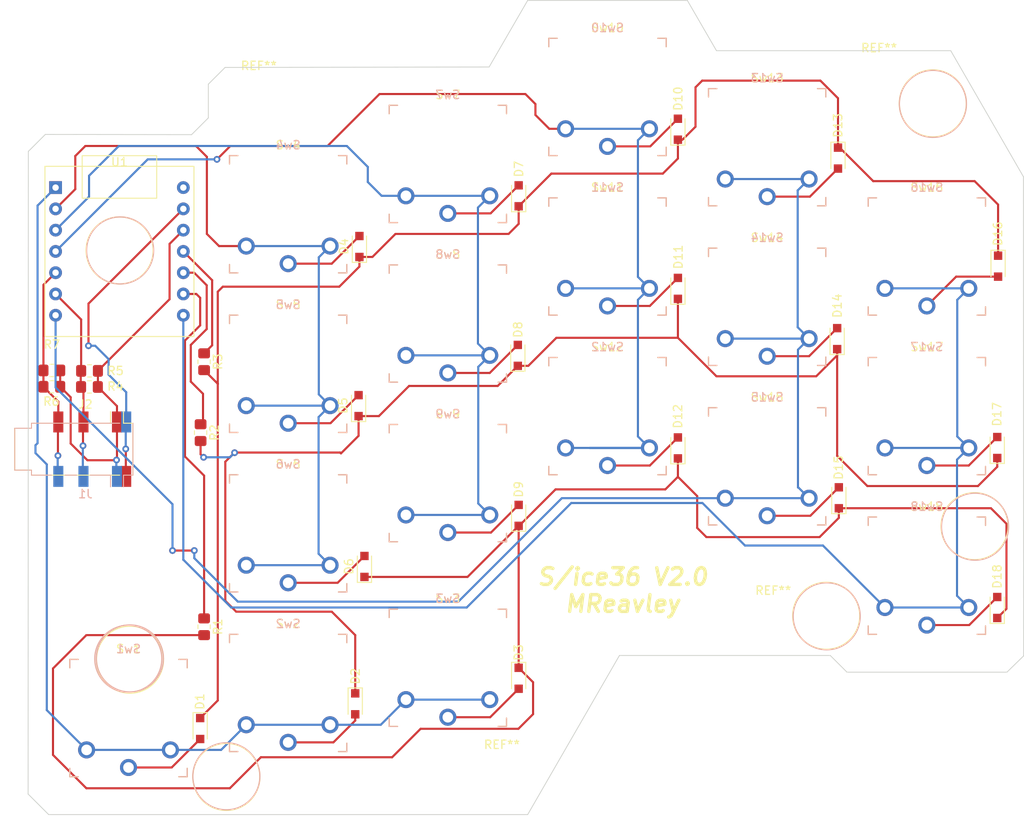
<source format=kicad_pcb>
(kicad_pcb (version 20211014) (generator pcbnew)
  (layers (0 "F.Cu" signal) (31 "B.Cu" signal) (34 "B.Paste" user) (35 "F.Paste" user) (36 "B.SilkS" user "B.Silkscreen") (37 "F.SilkS" user "F.Silkscreen") (38 "B.Mask" user) (39 "F.Mask" user) (44 "Edge.Cuts" user))
  (net 0 "")
  (net 1 "Net-(D1-Pad1)")
  (net 2 "Net-(D1-Pad2)")
  (net 3 "Net-(D11-Pad1)")
  (net 4 "Net-(D2-Pad2)")
  (net 5 "Net-(D12-Pad1)")
  (net 6 "Net-(D3-Pad2)")
  (net 7 "Net-(D4-Pad2)")
  (net 8 "Net-(D5-Pad2)")
  (net 9 "Net-(D6-Pad2)")
  (net 10 "Net-(D7-Pad2)")
  (net 11 "Net-(D8-Pad2)")
  (net 12 "Net-(D9-Pad2)")
  (net 13 "Net-(D10-Pad2)")
  (net 14 "Net-(D11-Pad2)")
  (net 15 "Net-(D12-Pad2)")
  (net 16 "Net-(D13-Pad2)")
  (net 17 "Net-(D14-Pad2)")
  (net 18 "Net-(D16-Pad2)")
  (net 19 "Net-(D17-Pad2)")
  (net 20 "Net-(D18-Pad2)")
  (net 21 "Net-(J1-PadR1)")
  (net 22 "Net-(J1-PadR2)")
  (net 23 "Net-(J1-PadS)")
  (net 24 "Net-(J1-PadT)")
  (net 25 "Net-(R1-Pad1)")
  (net 26 "Net-(R2-Pad1)")
  (net 27 "Net-(R3-Pad1)")
  (net 29 "Net-(Sw1-Pad2)")
  (net 30 "Net-(Sw4-Pad2)")
  (net 31 "Net-(Sw7-Pad2)")
  (net 32 "Net-(Sw10-Pad2)")
  (net 33 "Net-(Sw15-Pad1)")
  (net 34 "Net-(Sw15-Pad2)")
  (net 35 "Net-(Sw17-Pad2)")
  (footprint "Slice36 PCB:SW_PG1350_reversible" (layer "F.Cu") (at 32.85 155.1)
    (fp_text reference "Sw1")
    (fp_text value "choc_v1_dbl")
  )
  (footprint "Slice36 PCB:SW_PG1350_reversible" (layer "F.Cu") (at 90 80.95)
    (fp_text reference "Sw10")
    (fp_text value "choc_v1_dbl")
  )
  (footprint "Diode_SMD:D_SOD-323_HandSoldering" (layer "F.Cu") (at 98.4 84.8 90)
    (fp_text reference "D10")
    (fp_text value "1N4148WS")
  )
  (footprint "MountingHole:MountingHole_3.2mm_M3" (layer "F.Cu") (at 77.4 162.475)
    (fp_text reference "REF**")
    (fp_text value "MountingHole_3.2mm_M3")
  )
  (footprint "MountingHole:MountingHole_3.2mm_M3" (layer "F.Cu") (at 27 133)
    (fp_text reference "REF**" hide)
    (fp_text value "MountingHole_3.2mm_M3")
  )
  (footprint "Diode_SMD:D_SOD-323_HandSoldering" (layer "F.Cu") (at 136.5 122.8 90)
    (fp_text reference "D17")
    (fp_text value "1N4148WS")
  )
  (footprint "Slice36 PCB:SW_PG1350_reversible" (layer "F.Cu") (at 51.9 152.1)
    (fp_text reference "Sw2")
    (fp_text value "choc_v1_dbl")
  )
  (footprint "Diode_SMD:D_SOD-323_HandSoldering" (layer "F.Cu") (at 41.4 156.35 -90)
    (fp_text reference "D1")
    (fp_text value "1N4148WS")
  )
  (footprint "Diode_SMD:D_SOD-323_HandSoldering" (layer "F.Cu") (at 60.3 117.8 90)
    (fp_text reference "D5")
    (fp_text value "1N4148WS")
  )
  (footprint "Resistor_SMD:R_0805_2012Metric_Pad1.20x1.40mm_HandSolder" (layer "F.Cu") (at 41.87 144.2 -90)
    (fp_text reference "R1")
    (fp_text value "10k")
  )
  (footprint "Diode_SMD:D_SOD-323_HandSoldering" (layer "F.Cu") (at 59.9 153.4 -90)
    (fp_text reference "D2")
    (fp_text value "1N4148WS")
  )
  (footprint "Slice36 PCB:SW_PG1350_reversible" (layer "F.Cu") (at 70.95 108)
    (fp_text reference "Sw8")
    (fp_text value "choc_v1_dbl")
  )
  (footprint "Diode_SMD:D_SOD-323_HandSoldering" (layer "F.Cu") (at 98.4 122.85 90)
    (fp_text reference "D12")
    (fp_text value "1N4148WS")
  )
  (footprint "Slice36 PCB:SW_PG1350_reversible" (layer "F.Cu") (at 70.95 88.95)
    (fp_text reference "Sw7")
    (fp_text value "choc_v1_dbl")
  )
  (footprint "MountingHole:MountingHole_3.2mm_M3" (layer "F.Cu") (at 48.4 81.425)
    (fp_text reference "REF**")
    (fp_text value "MountingHole_3.2mm_M3")
  )
  (footprint "Diode_SMD:D_SOD-323_HandSoldering" (layer "F.Cu") (at 117.4 109.8 90)
    (fp_text reference "D14")
    (fp_text value "1N4148WS")
  )
  (footprint "Diode_SMD:D_SOD-323_HandSoldering" (layer "F.Cu") (at 79.3 111.8 90)
    (fp_text reference "D8")
    (fp_text value "1N4148WS")
  )
  (footprint "Diode_SMD:D_SOD-323_HandSoldering" (layer "F.Cu") (at 117.5 88.25 -90)
    (fp_text reference "D13")
    (fp_text value "1N4148WS")
  )
  (footprint "Slice36 PCB:SW_PG1350_reversible" (layer "F.Cu") (at 109.05 125.05)
    (fp_text reference "Sw15")
    (fp_text value "choc_v1_dbl")
  )
  (footprint "MountingHole:MountingHole_3.2mm_M3" (layer "F.Cu") (at 122.4 79.3)
    (fp_text reference "REF**")
    (fp_text value "MountingHole_3.2mm_M3")
  )
  (footprint "Connector_Audio:Jack_3.5mm_PJ320D_Horizontal" (layer "F.Cu") (at 27.65 123)
    (fp_text reference "J2")
    (fp_text value "AudioJack4")
  )
  (footprint "MountingHole:MountingHole_3.2mm_M3" (layer "F.Cu") (at 109.775 144.075)
    (fp_text reference "REF**")
    (fp_text value "MountingHole_3.2mm_M3")
  )
  (footprint "Slice36 PCB:SW_PG1350_reversible" (layer "F.Cu") (at 51.9 114)
    (fp_text reference "Sw5")
    (fp_text value "choc_v1_dbl")
  )
  (footprint "Slice36 PCB:SW_PG1350_reversible" (layer "F.Cu") (at 128.1 100)
    (fp_text reference "Sw16")
    (fp_text value "choc_v1_dbl")
  )
  (footprint "Resistor_SMD:R_0805_2012Metric_Pad1.20x1.40mm_HandSolder" (layer "F.Cu") (at 28.2 113.65 180)
    (fp_text reference "R5")
    (fp_text value "10k")
  )
  (footprint "Slice36 PCB:SW_PG1350_reversible" (layer "F.Cu") (at 90 119.05)
    (fp_text reference "Sw12")
    (fp_text value "choc_v1_dbl")
  )
  (footprint "Diode_SMD:D_SOD-323_HandSoldering" (layer "F.Cu") (at 61 137 90)
    (fp_text reference "D6")
    (fp_text value "1N4148WS")
  )
  (footprint "Diode_SMD:D_SOD-323_HandSoldering" (layer "F.Cu") (at 98.4 103.8 90)
    (fp_text reference "D11")
    (fp_text value "1N4148WS")
  )
  (footprint "Resistor_SMD:R_0805_2012Metric_Pad1.20x1.40mm_HandSolder" (layer "F.Cu") (at 41.87 112.56 -90)
    (fp_text reference "R3")
    (fp_text value "10k")
  )
  (footprint "Resistor_SMD:R_0805_2012Metric_Pad1.20x1.40mm_HandSolder" (layer "F.Cu") (at 28.19 115.57 180)
    (fp_text reference "R4")
    (fp_text value "10k")
  )
  (footprint "Diode_SMD:D_SOD-323_HandSoldering" (layer "F.Cu") (at 79.4 92.75 90)
    (fp_text reference "D7")
    (fp_text value "1N4148WS")
  )
  (footprint "Slice36 PCB:SW_PG1350_reversible" (layer "F.Cu") (at 90 100)
    (fp_text reference "Sw11")
    (fp_text value "choc_v1_dbl")
  )
  (footprint "MountingHole:MountingHole_3.2mm_M3" (layer "F.Cu") (at 35 113)
    (fp_text reference "REF**" hide)
    (fp_text value "MountingHole_3.2mm_M3")
  )
  (footprint "Diode_SMD:D_SOD-323_HandSoldering" (layer "F.Cu") (at 79.4 150.35 -90)
    (fp_text reference "D3")
    (fp_text value "1N4148WS")
  )
  (footprint "Slice36 PCB:SW_PG1350_reversible" (layer "F.Cu") (at 128.1 119.05)
    (fp_text reference "Sw17")
    (fp_text value "choc_v1_dbl")
  )
  (footprint "Seeeduino XIAO KICAD:Xiao THT V1" (layer "F.Cu") (at 31.77 99.23)
    (fp_text reference "U1")
    (fp_text value "SeeeduinoXIAO")
  )
  (footprint "Diode_SMD:D_SOD-323_HandSoldering" (layer "F.Cu") (at 136.6 101.15 -90)
    (fp_text reference "D16")
    (fp_text value "1N4148WS")
  )
  (footprint "Diode_SMD:D_SOD-323_HandSoldering" (layer "F.Cu") (at 60.4 98.8 90)
    (fp_text reference "D4")
    (fp_text value "1N4148WS")
  )
  (footprint "Slice36 PCB:SW_PG1350_reversible" (layer "F.Cu") (at 70.95 149.1)
    (fp_text reference "Sw3")
    (fp_text value "choc_v1_dbl")
  )
  (footprint "Slice36 PCB:SW_PG1350_reversible" (layer "F.Cu") (at 109.05 86.95)
    (fp_text reference "Sw13")
    (fp_text value "choc_v1_dbl")
  )
  (footprint "Diode_SMD:D_SOD-323_HandSoldering" (layer "F.Cu") (at 136.5 141.9 90)
    (fp_text reference "D18")
    (fp_text value "1N4148WS")
  )
  (footprint "Resistor_SMD:R_0805_2012Metric_Pad1.20x1.40mm_HandSolder" (layer "F.Cu") (at 23.7 113.6 180)
    (fp_text reference "R7")
    (fp_text value "10k")
  )
  (footprint "Slice36 PCB:SW_PG1350_reversible" (layer "F.Cu") (at 70.95 127.05)
    (fp_text reference "Sw9")
    (fp_text value "choc_v1_dbl")
  )
  (footprint "Resistor_SMD:R_0805_2012Metric_Pad1.20x1.40mm_HandSolder" (layer "F.Cu") (at 23.7 115.55 180)
    (fp_text reference "R6")
    (fp_text value "10k")
  )
  (footprint "Diode_SMD:D_SOD-323_HandSoldering" (layer "F.Cu") (at 79.4 130.9 90)
    (fp_text reference "D9")
    (fp_text value "1N4148WS")
  )
  (footprint "Slice36 PCB:SW_PG1350_reversible" (layer "F.Cu") (at 51.9 94.95)
    (fp_text reference "Sw4")
    (fp_text value "choc_v1_dbl")
  )
  (footprint "Diode_SMD:D_SOD-323_HandSoldering" (layer "F.Cu") (at 117.6 128.8 90)
    (fp_text reference "D15")
    (fp_text value "1N4148WS")
  )
  (footprint "Slice36 PCB:SW_PG1350_reversible" (layer "F.Cu") (at 51.9 133.05)
    (fp_text reference "Sw6")
    (fp_text value "choc_v1_dbl")
  )
  (footprint "Slice36 PCB:SW_PG1350_reversible" (layer "F.Cu") (at 128.1 138.1)
    (fp_text reference "Sw18")
    (fp_text value "choc_v1_dbl")
  )
  (footprint "Slice36 PCB:SW_PG1350_reversible" (layer "F.Cu") (at 109.05 106)
    (fp_text reference "Sw14")
    (fp_text value "choc_v1_dbl")
  )
  (footprint "Resistor_SMD:R_0805_2012Metric_Pad1.20x1.40mm_HandSolder" (layer "F.Cu") (at 41.45 121.025 -90)
    (fp_text reference "R2")
    (fp_text value "10k")
  )
  (footprint "Connector_Audio:Jack_3.5mm_PJ320D_Horizontal" (layer "B.Cu") (at 27.65 123)
    (fp_text reference "J1")
    (fp_text value "AudioJack4")
  )
  (gr_circle (center 133.85 132.25) (end 137.85 132.25) (layer "B.SilkS") (width 0.15) (fill none))
  (gr_circle (center 116.15 142.95) (end 120.15 142.95) (layer "B.SilkS") (width 0.15) (fill none))
  (gr_circle (center 33.016289 147.980259) (end 37.016289 147.980259) (layer "B.SilkS") (width 0.15) (fill none))
  (gr_circle (center 32.825 148.025) (end 36.825 148.025) (layer "B.SilkS") (width 0.15) (fill none))
  (gr_circle (center 44.525 162.05) (end 48.525 162.05) (layer "B.SilkS") (width 0.15) (fill none))
  (gr_circle (center 31.85 99.275) (end 35.85 99.275) (layer "B.SilkS") (width 0.15) (fill none))
  (gr_circle (center 128.825 81.775) (end 132.825 81.775) (layer "B.SilkS") (width 0.15) (fill none))
  (gr_circle (center 44.525 162.125) (end 48.525 162.125) (layer "F.SilkS") (width 0.15) (fill none))
  (gr_circle (center 133.795789 132.195789) (end 137.795789 132.195789) (layer "F.SilkS") (width 0.15) (fill none))
  (gr_circle (center 33.025 148.125) (end 37.025 148.125) (layer "F.SilkS") (width 0.15) (fill none))
  (gr_circle (center 128.815283 81.716968) (end 132.815283 81.716968) (layer "F.SilkS") (width 0.15) (fill none))
  (gr_circle (center 31.791515 99.270274) (end 35.791515 99.270274) (layer "F.SilkS") (width 0.15) (fill none))
  (gr_circle (center 116.096772 142.892997) (end 120.096772 142.892997) (layer "F.SilkS") (width 0.15) (fill none))
  (gr_line (start 20.875 164.175) (end 20.9 87.425) (layer "Edge.Cuts") (width 0.1))
  (gr_line (start 23.325 166.625) (end 80.475 166.625) (layer "Edge.Cuts") (width 0.1))
  (gr_line (start 139.625 90.475) (end 130.95 75.425) (layer "Edge.Cuts") (width 0.1))
  (gr_line (start 20.875 164.175) (end 23.325 166.625) (layer "Edge.Cuts") (width 0.1))
  (gr_line (start 118.575 149.625) (end 116.575 147.625) (layer "Edge.Cuts") (width 0.1))
  (gr_line (start 139.65 147.675) (end 139.625 90.475) (layer "Edge.Cuts") (width 0.1))
  (gr_line (start 80.475 69.425) (end 75.875 77.375) (layer "Edge.Cuts") (width 0.1))
  (gr_line (start 44.375 77.425) (end 75.875 77.375) (layer "Edge.Cuts") (width 0.1))
  (gr_line (start 116.575 147.625) (end 91.425 147.625) (layer "Edge.Cuts") (width 0.1))
  (gr_line (start 99.525 69.425) (end 103 75.425) (layer "Edge.Cuts") (width 0.1))
  (gr_line (start 42.375 79.425) (end 44.375 77.425) (layer "Edge.Cuts") (width 0.1))
  (gr_line (start 118.575 149.625) (end 137.65 149.625) (layer "Edge.Cuts") (width 0.1))
  (gr_line (start 20.925 87.425) (end 22.925 85.425) (layer "Edge.Cuts") (width 0.1))
  (gr_line (start 80.475 166.625) (end 91.425 147.625) (layer "Edge.Cuts") (width 0.1))
  (gr_line (start 137.65 149.625) (end 139.65 147.675) (layer "Edge.Cuts") (width 0.1))
  (gr_line (start 42.375 83.45) (end 42.375 79.425) (layer "Edge.Cuts") (width 0.1))
  (gr_line (start 80.475 69.425) (end 99.525 69.425) (layer "Edge.Cuts") (width 0.1))
  (gr_line (start 22.925 85.425) (end 40.375 85.45) (layer "Edge.Cuts") (width 0.1))
  (gr_line (start 103 75.425) (end 130.95 75.425) (layer "Edge.Cuts") (width 0.1))
  (gr_line (start 42.375 83.45) (end 40.375 85.45) (layer "Edge.Cuts") (width 0.1))
  (gr_text "S/ice36 V2.0\nMReavley" (at 91.825 139.85) (layer "F.SilkS") (effects (font (size 2 2) (thickness 0.4) italic)))
  (segment (start 43.5 115.19) (end 43.5 115.2) (width 0.25) (layer "F.Cu") (net 1))
  (segment (start 83.3 90.1) (end 96.6 90.1) (width 0.25) (layer "F.Cu") (net 1))
  (segment (start 43.5 115.2) (end 43.5 104.2) (width 0.25) (layer "F.Cu") (net 1))
  (segment (start 100.5 79.8) (end 101.3 79) (width 0.25) (layer "F.Cu") (net 1))
  (segment (start 117.5 81.1) (end 117.5 87) (width 0.25) (layer "F.Cu") (net 1))
  (segment (start 41.87 113.56) (end 43.5 115.19) (width 0.25) (layer "F.Cu") (net 1))
  (segment (start 136.6 93.8) (end 133.8 91) (width 0.25) (layer "F.Cu") (net 1))
  (segment (start 60.4 101.2) (end 60.4 100.05) (width 0.25) (layer "F.Cu") (net 1))
  (segment (start 121.7 91) (end 117.7 87) (width 0.25) (layer "F.Cu") (net 1))
  (segment (start 133.8 91) (end 121.7 91) (width 0.25) (layer "F.Cu") (net 1))
  (segment (start 98.95 86.05) (end 100.5 84.5) (width 0.25) (layer "F.Cu") (net 1))
  (segment (start 101.3 79) (end 115.4 79) (width 0.25) (layer "F.Cu") (net 1))
  (segment (start 43.5 153) (end 43.5 115.2) (width 0.25) (layer "F.Cu") (net 1))
  (segment (start 100.5 84.5) (end 100.5 79.8) (width 0.25) (layer "F.Cu") (net 1))
  (segment (start 58 103.6) (end 60.4 101.2) (width 0.25) (layer "F.Cu") (net 1))
  (segment (start 78.2 97.3) (end 79.4 96.1) (width 0.25) (layer "F.Cu") (net 1))
  (segment (start 43.5 104.2) (end 44.1 103.6) (width 0.25) (layer "F.Cu") (net 1))
  (segment (start 115.4 79) (end 117.5 81.1) (width 0.25) (layer "F.Cu") (net 1))
  (segment (start 136.6 99.9) (end 136.6 93.8) (width 0.25) (layer "F.Cu") (net 1))
  (segment (start 61.95 100.05) (end 64.7 97.3) (width 0.25) (layer "F.Cu") (net 1))
  (segment (start 98.4 88.3) (end 98.4 86.05) (width 0.25) (layer "F.Cu") (net 1))
  (segment (start 117.7 87) (end 117.5 87) (width 0.25) (layer "F.Cu") (net 1))
  (segment (start 79.4 94) (end 83.3 90.1) (width 0.25) (layer "F.Cu") (net 1))
  (segment (start 79.4 96.1) (end 79.4 94) (width 0.25) (layer "F.Cu") (net 1))
  (segment (start 96.6 90.1) (end 98.4 88.3) (width 0.25) (layer "F.Cu") (net 1))
  (segment (start 98.4 86.05) (end 98.95 86.05) (width 0.25) (layer "F.Cu") (net 1))
  (segment (start 41.4 155.1) (end 43.5 153) (width 0.25) (layer "F.Cu") (net 1))
  (segment (start 44.1 103.6) (end 58 103.6) (width 0.25) (layer "F.Cu") (net 1))
  (segment (start 64.7 97.3) (end 78.2 97.3) (width 0.25) (layer "F.Cu") (net 1))
  (segment (start 60.4 100.05) (end 61.95 100.05) (width 0.25) (layer "F.Cu") (net 1))
  (segment (start 38 161) (end 32.85 161) (width 0.25) (layer "F.Cu") (net 2))
  (segment (start 41.4 157.6) (end 38 161) (width 0.25) (layer "F.Cu") (net 2))
  (segment (start 59.9 145.2) (end 57.1 142.4) (width 0.25) (layer "F.Cu") (net 3))
  (segment (start 44.4 141.1) (end 44.4 124.5) (width 0.25) (layer "F.Cu") (net 3))
  (segment (start 62.725 119.05) (end 66.325 115.45) (width 0.25) (layer "F.Cu") (net 3))
  (segment (start 76.9 115.45) (end 79.3 113.05) (width 0.25) (layer "F.Cu") (net 3))
  (segment (start 45.7 142.4) (end 44.4 141.1) (width 0.25) (layer "F.Cu") (net 3))
  (segment (start 59.9 152.15) (end 59.9 145.2) (width 0.25) (layer "F.Cu") (net 3))
  (segment (start 114.9 114.3) (end 103 114.3) (width 0.25) (layer "F.Cu") (net 3))
  (segment (start 57.1 142.4) (end 45.7 142.4) (width 0.25) (layer "F.Cu") (net 3))
  (segment (start 134.2 127.4) (end 136.5 125.1) (width 0.25) (layer "F.Cu") (net 3))
  (segment (start 58.2 123.5) (end 60.3 121.4) (width 0.25) (layer "F.Cu") (net 3))
  (segment (start 60.3 121.4) (end 60.3 119.05) (width 0.25) (layer "F.Cu") (net 3))
  (segment (start 117.4 111.05) (end 117.4 123.8) (width 0.25) (layer "F.Cu") (net 3))
  (segment (start 117.4 111.05) (end 117.4 111.8) (width 0.25) (layer "F.Cu") (net 3))
  (segment (start 60.3 119.05) (end 62.725 119.05) (width 0.25) (layer "F.Cu") (net 3))
  (segment (start 41.45 122.025) (end 41.45 123.61) (width 0.25) (layer "F.Cu") (net 3))
  (segment (start 58.1 123.4) (end 58.2 123.5) (width 0.25) (layer "F.Cu") (net 3))
  (segment (start 45.5 123.4) (end 58.1 123.4) (width 0.25) (layer "F.Cu") (net 3))
  (segment (start 136.5 125.1) (end 136.5 124.05) (width 0.25) (layer "F.Cu") (net 3))
  (segment (start 83.9 109.7) (end 80.55 113.05) (width 0.25) (layer "F.Cu") (net 3))
  (segment (start 98.4 109.7) (end 83.9 109.7) (width 0.25) (layer "F.Cu") (net 3))
  (segment (start 66.325 115.45) (end 76.9 115.45) (width 0.25) (layer "F.Cu") (net 3))
  (segment (start 79.3 113.05) (end 80.55 113.05) (width 0.25) (layer "F.Cu") (net 3))
  (segment (start 121 127.4) (end 134.2 127.4) (width 0.25) (layer "F.Cu") (net 3))
  (segment (start 41.45 123.61) (end 41.81 123.97) (width 0.25) (layer "F.Cu") (net 3))
  (segment (start 44.4 124.5) (end 45.5 123.4) (width 0.25) (layer "F.Cu") (net 3))
  (segment (start 98.4 109.7) (end 98.4 105.05) (width 0.25) (layer "F.Cu") (net 3))
  (segment (start 117.4 123.8) (end 121 127.4) (width 0.25) (layer "F.Cu") (net 3))
  (segment (start 103 114.3) (end 98.4 109.7) (width 0.25) (layer "F.Cu") (net 3))
  (segment (start 117.4 111.8) (end 114.9 114.3) (width 0.25) (layer "F.Cu") (net 3))
  (via (at 41.81 123.97) (size 0.8) (drill 0.4) (layers "F.Cu" "B.Cu") (net 3))
  (via (at 45.51 123.42) (size 0.8) (drill 0.4) (layers "F.Cu" "B.Cu") (net 3))
  (segment (start 41.81 123.97) (end 44.96 123.97) (width 0.25) (layer "B.Cu") (net 3))
  (segment (start 44.96 123.97) (end 45.51 123.42) (width 0.25) (layer "B.Cu") (net 3))
  (segment (start 51.9 158) (end 57.3 158) (width 0.25) (layer "F.Cu") (net 4))
  (segment (start 59.9 155.4) (end 59.9 154.65) (width 0.25) (layer "F.Cu") (net 4))
  (segment (start 57.3 158) (end 59.9 155.4) (width 0.25) (layer "F.Cu") (net 4))
  (segment (start 27.82 145.2) (end 23.84 149.18) (width 0.25) (layer "F.Cu") (net 5))
  (segment (start 23.84 149.18) (end 23.84 159.5) (width 0.25) (layer "F.Cu") (net 5))
  (segment (start 79.4 132.15) (end 79.4 149.1) (width 0.25) (layer "F.Cu") (net 5))
  (segment (start 117.6 131.2) (end 117.6 130.05) (width 0.25) (layer "F.Cu") (net 5))
  (segment (start 137.6 131.9) (end 135.75 130.05) (width 0.25) (layer "F.Cu") (net 5))
  (segment (start 79.4 132.15) (end 79.45 132.15) (width 0.25) (layer "F.Cu") (net 5))
  (segment (start 96.9 127.8) (end 98.4 126.3) (width 0.25) (layer "F.Cu") (net 5))
  (segment (start 100.7 132.4) (end 101.8 133.5) (width 0.25) (layer "F.Cu") (net 5))
  (segment (start 64.3 159.78) (end 67.7 156.38) (width 0.25) (layer "F.Cu") (net 5))
  (segment (start 41.87 145.2) (end 27.82 145.2) (width 0.25) (layer "F.Cu") (net 5))
  (segment (start 81.12 150.82) (end 79.4 149.1) (width 0.25) (layer "F.Cu") (net 5))
  (segment (start 27.82 163.48) (end 44.94 163.48) (width 0.25) (layer "F.Cu") (net 5))
  (segment (start 23.84 159.5) (end 27.82 163.48) (width 0.25) (layer "F.Cu") (net 5))
  (segment (start 137.6 142.05) (end 137.6 131.9) (width 0.25) (layer "F.Cu") (net 5))
  (segment (start 135.75 130.05) (end 117.6 130.05) (width 0.25) (layer "F.Cu") (net 5))
  (segment (start 79.45 132.15) (end 83.8 127.8) (width 0.25) (layer "F.Cu") (net 5))
  (segment (start 48.64 159.78) (end 64.3 159.78) (width 0.25) (layer "F.Cu") (net 5))
  (segment (start 67.7 156.38) (end 79.37 156.38) (width 0.25) (layer "F.Cu") (net 5))
  (segment (start 81.12 154.63) (end 81.12 150.82) (width 0.25) (layer "F.Cu") (net 5))
  (segment (start 79.37 156.38) (end 81.12 154.63) (width 0.25) (layer "F.Cu") (net 5))
  (segment (start 83.8 127.8) (end 96.9 127.8) (width 0.25) (layer "F.Cu") (net 5))
  (segment (start 61 138.25) (end 73.3 138.25) (width 0.25) (layer "F.Cu") (net 5))
  (segment (start 98.4 126.3) (end 100.7 128.6) (width 0.25) (layer "F.Cu") (net 5))
  (segment (start 100.7 128.6) (end 100.7 132.4) (width 0.25) (layer "F.Cu") (net 5))
  (segment (start 98.4 124.1) (end 98.4 126.3) (width 0.25) (layer "F.Cu") (net 5))
  (segment (start 101.8 133.5) (end 115.3 133.5) (width 0.25) (layer "F.Cu") (net 5))
  (segment (start 73.3 138.25) (end 79.4 132.15) (width 0.25) (layer "F.Cu") (net 5))
  (segment (start 136.5 143.15) (end 137.6 142.05) (width 0.25) (layer "F.Cu") (net 5))
  (segment (start 44.94 163.48) (end 48.64 159.78) (width 0.25) (layer "F.Cu") (net 5))
  (segment (start 115.3 133.5) (end 117.6 131.2) (width 0.25) (layer "F.Cu") (net 5))
  (segment (start 79.4 151.6) (end 76 155) (width 0.25) (layer "F.Cu") (net 6))
  (segment (start 76 155) (end 70.95 155) (width 0.25) (layer "F.Cu") (net 6))
  (segment (start 60.4 97.55) (end 57.1 100.85) (width 0.25) (layer "F.Cu") (net 7))
  (segment (start 57.1 100.85) (end 51.9 100.85) (width 0.25) (layer "F.Cu") (net 7))
  (segment (start 60.3 116.55) (end 56.95 119.9) (width 0.25) (layer "F.Cu") (net 8))
  (segment (start 56.95 119.9) (end 51.9 119.9) (width 0.25) (layer "F.Cu") (net 8))
  (segment (start 57.8 138.95) (end 51.9 138.95) (width 0.25) (layer "F.Cu") (net 9))
  (segment (start 61 135.75) (end 57.8 138.95) (width 0.25) (layer "F.Cu") (net 9))
  (segment (start 76.05 94.85) (end 70.95 94.85) (width 0.25) (layer "F.Cu") (net 10))
  (segment (start 79.4 91.5) (end 76.05 94.85) (width 0.25) (layer "F.Cu") (net 10))
  (segment (start 79.3 110.55) (end 75.95 113.9) (width 0.25) (layer "F.Cu") (net 11))
  (segment (start 75.95 113.9) (end 70.95 113.9) (width 0.25) (layer "F.Cu") (net 11))
  (segment (start 79.4 129.65) (end 76.1 132.95) (width 0.25) (layer "F.Cu") (net 12))
  (segment (start 76.1 132.95) (end 70.95 132.95) (width 0.25) (layer "F.Cu") (net 12))
  (segment (start 98.4 83.55) (end 95.1 86.85) (width 0.25) (layer "F.Cu") (net 13))
  (segment (start 95.1 86.85) (end 90 86.85) (width 0.25) (layer "F.Cu") (net 13))
  (segment (start 98.4 102.55) (end 95.05 105.9) (width 0.25) (layer "F.Cu") (net 14))
  (segment (start 95.05 105.9) (end 90 105.9) (width 0.25) (layer "F.Cu") (net 14))
  (segment (start 98.4 121.6) (end 95.05 124.95) (width 0.25) (layer "F.Cu") (net 15))
  (segment (start 95.05 124.95) (end 90 124.95) (width 0.25) (layer "F.Cu") (net 15))
  (segment (start 117.5 89.5) (end 114.15 92.85) (width 0.25) (layer "F.Cu") (net 16))
  (segment (start 114.15 92.85) (end 109.05 92.85) (width 0.25) (layer "F.Cu") (net 16))
  (segment (start 117.4 108.55) (end 114.05 111.9) (width 0.25) (layer "F.Cu") (net 17))
  (segment (start 114.05 111.9) (end 109.05 111.9) (width 0.25) (layer "F.Cu") (net 17))
  (segment (start 131.6 102.4) (end 128.1 105.9) (width 0.25) (layer "F.Cu") (net 18))
  (segment (start 136.6 102.4) (end 131.6 102.4) (width 0.25) (layer "F.Cu") (net 18))
  (segment (start 133.1 124.95) (end 128.1 124.95) (width 0.25) (layer "F.Cu") (net 19))
  (segment (start 136.5 121.55) (end 133.1 124.95) (width 0.25) (layer "F.Cu") (net 19))
  (segment (start 136.5 140.65) (end 133.15 144) (width 0.25) (layer "F.Cu") (net 20))
  (segment (start 133.15 144) (end 128.1 144) (width 0.25) (layer "F.Cu") (net 20))
  (segment (start 24.15 104.47) (end 27.2 107.52) (width 0.25) (layer "F.Cu") (net 21))
  (segment (start 27.2 113.65) (end 27.2 107.52) (width 0.25) (layer "F.Cu") (net 21))
  (segment (start 27.2 115.6) (end 27.2 115.5) (width 0.25) (layer "F.Cu") (net 21))
  (segment (start 27.42 122.59) (end 27.42 120.5) (width 0.25) (layer "F.Cu") (net 21))
  (segment (start 27.15 115.45) (end 27.15 113.7) (width 0.25) (layer "F.Cu") (net 21))
  (segment (start 27.42 120.5) (end 27.43 120.49) (width 0.25) (layer "F.Cu") (net 21))
  (segment (start 27.2 115.5) (end 27.15 115.45) (width 0.25) (layer "F.Cu") (net 21))
  (segment (start 27.19 115.57) (end 27.475 115.855) (width 0.25) (layer "F.Cu") (net 21))
  (segment (start 27.15 113.7) (end 27.2 113.65) (width 0.25) (layer "F.Cu") (net 21))
  (segment (start 27.475 115.855) (end 27.475 119.75) (width 0.25) (layer "F.Cu") (net 21))
  (via (at 27.42 122.59) (size 0.8) (drill 0.4) (layers "F.Cu" "B.Cu") (net 21))
  (segment (start 27.4 122.61) (end 27.42 122.59) (width 0.25) (layer "B.Cu") (net 21))
  (segment (start 27.4 126.99) (end 27.4 122.61) (width 0.25) (layer "B.Cu") (net 21))
  (segment (start 22.7 115.55) (end 24.475 117.325) (width 0.25) (layer "F.Cu") (net 22))
  (segment (start 24.43 120.49) (end 24.43 123.77) (width 0.25) (layer "F.Cu") (net 22))
  (segment (start 22.7 103.38) (end 22.7 113.6) (width 0.25) (layer "F.Cu") (net 22))
  (segment (start 22.7 115.55) (end 22.7 113.6) (width 0.25) (layer "F.Cu") (net 22))
  (segment (start 24.475 117.325) (end 24.475 119.75) (width 0.25) (layer "F.Cu") (net 22))
  (segment (start 22.7 103.38) (end 24.15 101.93) (width 0.25) (layer "F.Cu") (net 22))
  (via (at 24.43 123.77) (size 0.8) (drill 0.4) (layers "F.Cu" "B.Cu") (net 22))
  (segment (start 24.43 123.77) (end 24.4 123.8) (width 0.25) (layer "B.Cu") (net 22))
  (segment (start 24.4 123.8) (end 24.4 126.99) (width 0.25) (layer "B.Cu") (net 22))
  (segment (start 32.53 126.99) (end 32.53 122.98) (width 0.25) (layer "F.Cu") (net 23))
  (segment (start 28.075 105.625) (end 28.075 110.65) (width 0.25) (layer "F.Cu") (net 23))
  (segment (start 28.075 105.625) (end 39.39 94.31) (width 0.25) (layer "F.Cu") (net 23))
  (segment (start 32.53 122.98) (end 32.52 122.97) (width 0.25) (layer "F.Cu") (net 23))
  (via (at 28.075 110.65) (size 0.8) (drill 0.4) (layers "F.Cu" "B.Cu") (net 23))
  (via (at 32.52 122.97) (size 0.8) (drill 0.4) (layers "F.Cu" "B.Cu") (net 23))
  (segment (start 32.575 116.2) (end 30.475 114.1) (width 0.25) (layer "B.Cu") (net 23))
  (segment (start 30.475 114.1) (end 30.475 112.25) (width 0.25) (layer "B.Cu") (net 23))
  (segment (start 30.475 112.25) (end 28.875 110.65) (width 0.25) (layer "B.Cu") (net 23))
  (segment (start 32.575 119.75) (end 32.575 116.2) (width 0.25) (layer "B.Cu") (net 23))
  (segment (start 32.52 122.97) (end 32.52 120.51) (width 0.25) (layer "B.Cu") (net 23))
  (segment (start 28.875 110.65) (end 28.075 110.65) (width 0.25) (layer "B.Cu") (net 23))
  (segment (start 32.52 120.51) (end 32.5 120.49) (width 0.25) (layer "B.Cu") (net 23))
  (segment (start 24.7 113.6) (end 24.7 115.55) (width 0.25) (layer "F.Cu") (net 24))
  (segment (start 37.75 98.49) (end 39.39 96.85) (width 0.25) (layer "F.Cu") (net 24))
  (segment (start 29.2 113.65) (end 37.75 105.1) (width 0.25) (layer "F.Cu") (net 24))
  (segment (start 29.19 115.57) (end 29.19 115.59) (width 0.25) (layer "F.Cu") (net 24))
  (segment (start 29.19 115.57) (end 31.475 117.855) (width 0.25) (layer "F.Cu") (net 24))
  (segment (start 24.7 115.55) (end 25.95 116.8) (width 0.25) (layer "F.Cu") (net 24))
  (segment (start 25.95 122.325) (end 27.95 124.325) (width 0.25) (layer "F.Cu") (net 24))
  (segment (start 29.19 115.59) (end 29.2 115.6) (width 0.25) (layer "F.Cu") (net 24))
  (segment (start 29.2 115.6) (end 29.2 113.65) (width 0.25) (layer "F.Cu") (net 24))
  (segment (start 31.475 117.855) (end 31.475 119.75) (width 0.25) (layer "F.Cu") (net 24))
  (segment (start 27.95 124.325) (end 31.385 124.325) (width 0.25) (layer "F.Cu") (net 24))
  (segment (start 25.95 116.8) (end 25.95 122.325) (width 0.25) (layer "F.Cu") (net 24))
  (segment (start 31.385 124.325) (end 31.42 124.29) (width 0.25) (layer "F.Cu") (net 24))
  (segment (start 31.475 124.235) (end 31.475 119.75) (width 0.25) (layer "F.Cu") (net 24))
  (segment (start 31.42 124.29) (end 31.475 124.235) (width 0.25) (layer "F.Cu") (net 24))
  (segment (start 37.75 105.1) (end 37.75 98.49) (width 0.25) (layer "F.Cu") (net 24))
  (via (at 31.42 124.29) (size 0.8) (drill 0.4) (layers "F.Cu" "B.Cu") (net 24))
  (segment (start 31.4 124.31) (end 31.42 124.29) (width 0.25) (layer "B.Cu") (net 24))
  (segment (start 31.4 126.99) (end 31.4 124.31) (width 0.25) (layer "B.Cu") (net 24))
  (segment (start 41.87 126.16) (end 39.59 123.88) (width 0.25) (layer "F.Cu") (net 25))
  (segment (start 39.59 110.03) (end 41.4 108.22) (width 0.25) (layer "F.Cu") (net 25))
  (segment (start 41.4 108.22) (end 41.4 104.93) (width 0.25) (layer "F.Cu") (net 25))
  (segment (start 40.94 104.47) (end 39.39 104.47) (width 0.25) (layer "F.Cu") (net 25))
  (segment (start 39.59 123.88) (end 39.59 110.03) (width 0.25) (layer "F.Cu") (net 25))
  (segment (start 41.4 104.93) (end 40.94 104.47) (width 0.25) (layer "F.Cu") (net 25))
  (segment (start 41.87 143.2) (end 41.87 126.16) (width 0.25) (layer "F.Cu") (net 25))
  (segment (start 41.74 116.39) (end 40.28 114.93) (width 0.25) (layer "F.Cu") (net 26))
  (segment (start 40.28 110.56) (end 42.18 108.66) (width 0.25) (layer "F.Cu") (net 26))
  (segment (start 42.18 108.66) (end 42.18 103.43) (width 0.25) (layer "F.Cu") (net 26))
  (segment (start 41.45 120.025) (end 41.74 119.735) (width 0.25) (layer "F.Cu") (net 26))
  (segment (start 40.28 114.93) (end 40.28 110.56) (width 0.25) (layer "F.Cu") (net 26))
  (segment (start 40.68 101.93) (end 39.39 101.93) (width 0.25) (layer "F.Cu") (net 26))
  (segment (start 42.18 103.43) (end 40.68 101.93) (width 0.25) (layer "F.Cu") (net 26))
  (segment (start 41.74 119.735) (end 41.74 116.39) (width 0.25) (layer "F.Cu") (net 26))
  (segment (start 39.39 99.39) (end 42.83 102.83) (width 0.25) (layer "F.Cu") (net 27))
  (segment (start 42.83 110.6) (end 41.87 111.56) (width 0.25) (layer "F.Cu") (net 27))
  (segment (start 42.83 102.83) (end 42.83 110.6) (width 0.25) (layer "F.Cu") (net 27))
  (segment (start 62.95 155.9) (end 65.95 152.9) (width 0.25) (layer "B.Cu") (net 29))
  (segment (start 65.95 152.9) (end 75.95 152.9) (width 0.25) (layer "B.Cu") (net 29))
  (segment (start 27.85 158.9) (end 37.85 158.9) (width 0.25) (layer "B.Cu") (net 29))
  (segment (start 46.9 155.9) (end 56.9 155.9) (width 0.25) (layer "B.Cu") (net 29))
  (segment (start 24.15 91.77) (end 22.00048 93.91952) (width 0.25) (layer "B.Cu") (net 29))
  (segment (start 21.750479 123.465793) (end 23.1 124.815314) (width 0.25) (layer "B.Cu") (net 29))
  (segment (start 37.85 158.9) (end 43.9 158.9) (width 0.25) (layer "B.Cu") (net 29))
  (segment (start 23.1 124.815314) (end 23.1 154.15) (width 0.25) (layer "B.Cu") (net 29))
  (segment (start 22.00048 122.284206) (end 21.750479 122.534207) (width 0.25) (layer "B.Cu") (net 29))
  (segment (start 21.750479 122.534207) (end 21.750479 123.465793) (width 0.25) (layer "B.Cu") (net 29))
  (segment (start 22.00048 93.91952) (end 22.00048 122.284206) (width 0.25) (layer "B.Cu") (net 29))
  (segment (start 43.9 158.9) (end 46.9 155.9) (width 0.25) (layer "B.Cu") (net 29))
  (segment (start 56.9 155.9) (end 62.95 155.9) (width 0.25) (layer "B.Cu") (net 29))
  (segment (start 23.1 154.15) (end 27.85 158.9) (width 0.25) (layer "B.Cu") (net 29))
  (segment (start 26.5 88) (end 27.7 86.8) (width 0.25) (layer "F.Cu") (net 30))
  (segment (start 42.2 88.1) (end 42.2 97.3) (width 0.25) (layer "F.Cu") (net 30))
  (segment (start 40.9 86.8) (end 42.2 88.1) (width 0.25) (layer "F.Cu") (net 30))
  (segment (start 27.7 86.8) (end 40.9 86.8) (width 0.25) (layer "F.Cu") (net 30))
  (segment (start 43.65 98.75) (end 46.9 98.75) (width 0.25) (layer "F.Cu") (net 30))
  (segment (start 24.15 94.31) (end 26.5 91.96) (width 0.25) (layer "F.Cu") (net 30))
  (segment (start 42.2 97.3) (end 43.65 98.75) (width 0.25) (layer "F.Cu") (net 30))
  (segment (start 26.5 91.96) (end 26.5 88) (width 0.25) (layer "F.Cu") (net 30))
  (segment (start 46.9 136.85) (end 56.9 136.85) (width 0.25) (layer "B.Cu") (net 30))
  (segment (start 55.528719 135.478719) (end 56.9 136.85) (width 0.25) (layer "B.Cu") (net 30))
  (segment (start 55.528719 119.171281) (end 55.528719 135.478719) (width 0.25) (layer "B.Cu") (net 30))
  (segment (start 55.554228 116.454228) (end 55.554228 100.095772) (width 0.25) (layer "B.Cu") (net 30))
  (segment (start 46.9 98.75) (end 56.9 98.75) (width 0.25) (layer "B.Cu") (net 30))
  (segment (start 56.9 117.8) (end 55.528719 119.171281) (width 0.25) (layer "B.Cu") (net 30))
  (segment (start 56.9 98.75) (end 55.554228 100.095772) (width 0.25) (layer "B.Cu") (net 30))
  (segment (start 56.9 117.8) (end 46.9 117.8) (width 0.25) (layer "B.Cu") (net 30))
  (segment (start 55.554228 116.454228) (end 56.9 117.8) (width 0.25) (layer "B.Cu") (net 30))
  (segment (start 63.05 92.75) (end 65.95 92.75) (width 0.25) (layer "B.Cu") (net 31))
  (segment (start 61.4 91.1) (end 63.05 92.75) (width 0.25) (layer "B.Cu") (net 31))
  (segment (start 74.578719 113.171281) (end 74.578719 129.478719) (width 0.25) (layer "B.Cu") (net 31))
  (segment (start 74.578719 129.478719) (end 75.95 130.85) (width 0.25) (layer "B.Cu") (net 31))
  (segment (start 75.95 111.8) (end 74.578719 113.171281) (width 0.25) (layer "B.Cu") (net 31))
  (segment (start 61.4 89.3) (end 61.4 91.1) (width 0.25) (layer "B.Cu") (net 31))
  (segment (start 75.95 92.75) (end 74.541314 94.158686) (width 0.25) (layer "B.Cu") (net 31))
  (segment (start 65.95 92.75) (end 75.95 92.75) (width 0.25) (layer "B.Cu") (net 31))
  (segment (start 24.15 96.85) (end 28.143 92.857) (width 0.25) (layer "B.Cu") (net 31))
  (segment (start 74.541314 94.158686) (end 74.541314 110.391314) (width 0.25) (layer "B.Cu") (net 31))
  (segment (start 31.7 86.8) (end 58.9 86.8) (width 0.25) (layer "B.Cu") (net 31))
  (segment (start 58.9 86.8) (end 61.4 89.3) (width 0.25) (layer "B.Cu") (net 31))
  (segment (start 28.143 90.357) (end 31.7 86.8) (width 0.25) (layer "B.Cu") (net 31))
  (segment (start 65.95 111.8) (end 75.95 111.8) (width 0.25) (layer "B.Cu") (net 31))
  (segment (start 74.541314 110.391314) (end 75.95 111.8) (width 0.25) (layer "B.Cu") (net 31))
  (segment (start 65.95 130.85) (end 75.95 130.85) (width 0.25) (layer "B.Cu") (net 31))
  (segment (start 28.143 92.857) (end 28.143 90.357) (width 0.25) (layer "B.Cu") (net 31))
  (segment (start 80.2 80.6) (end 81.4 81.8) (width 0.25) (layer "F.Cu") (net 32))
  (segment (start 45 86.8) (end 56.6 86.8) (width 0.25) (layer "F.Cu") (net 32))
  (segment (start 81.4 81.8) (end 81.4 83.1) (width 0.25) (layer "F.Cu") (net 32))
  (segment (start 43.4 88.4) (end 45 86.8) (width 0.25) (layer "F.Cu") (net 32))
  (segment (start 81.4 83.1) (end 83.05 84.75) (width 0.25) (layer "F.Cu") (net 32))
  (segment (start 62.8 80.6) (end 80.2 80.6) (width 0.25) (layer "F.Cu") (net 32))
  (segment (start 83.05 84.75) (end 85 84.75) (width 0.25) (layer "F.Cu") (net 32))
  (segment (start 56.6 86.8) (end 62.8 80.6) (width 0.25) (layer "F.Cu") (net 32))
  (via (at 43.4 88.4) (size 0.8) (drill 0.4) (layers "F.Cu" "B.Cu") (net 32))
  (segment (start 24.15 99.39) (end 35.14 88.4) (width 0.25) (layer "B.Cu") (net 32))
  (segment (start 93.628719 105.171281) (end 93.628719 121.478719) (width 0.25) (layer "B.Cu") (net 32))
  (segment (start 85 103.8) (end 95 103.8) (width 0.25) (layer "B.Cu") (net 32))
  (segment (start 35.14 88.4) (end 43.4 88.4) (width 0.25) (layer "B.Cu") (net 32))
  (segment (start 95 122.85) (end 87.89 122.85) (width 0.25) (layer "B.Cu") (net 32))
  (segment (start 93.628719 102.428719) (end 95 103.8) (width 0.25) (layer "B.Cu") (net 32))
  (segment (start 95 103.8) (end 93.628719 105.171281) (width 0.25) (layer "B.Cu") (net 32))
  (segment (start 85 84.75) (end 95 84.75) (width 0.25) (layer "B.Cu") (net 32))
  (segment (start 85 122.85) (end 95 122.85) (width 0.25) (layer "B.Cu") (net 32))
  (segment (start 95 84.75) (end 93.628719 86.121281) (width 0.25) (layer "B.Cu") (net 32))
  (segment (start 93.628719 86.121281) (end 93.628719 102.428719) (width 0.25) (layer "B.Cu") (net 32))
  (segment (start 93.628719 121.478719) (end 95 122.85) (width 0.25) (layer "B.Cu") (net 32))
  (segment (start 114.2 130.95) (end 109.05 130.95) (width 0.25) (layer "F.Cu") (net 33))
  (segment (start 117.6 127.55) (end 114.2 130.95) (width 0.25) (layer "F.Cu") (net 33))
  (segment (start 38.1 135.1) (end 40.7 135.1) (width 0.25) (layer "F.Cu") (net 34))
  (via (at 40.7 135.1) (size 0.8) (drill 0.4) (layers "F.Cu" "B.Cu") (net 34))
  (via (at 38.1 135.1) (size 0.8) (drill 0.4) (layers "F.Cu" "B.Cu") (net 34))
  (segment (start 104.05 128.85) (end 84.55 128.85) (width 0.25) (layer "B.Cu") (net 34))
  (segment (start 38.1 129.575305) (end 38.1 135.1) (width 0.25) (layer "B.Cu") (net 34))
  (segment (start 104.05 90.75) (end 114.05 90.75) (width 0.25) (layer "B.Cu") (net 34))
  (segment (start 112.766314 127.566314) (end 114.05 128.85) (width 0.25) (layer "B.Cu") (net 34))
  (segment (start 104.05 109.8) (end 114.05 109.8) (width 0.25) (layer "B.Cu") (net 34))
  (segment (start 112.723749 127.566314) (end 112.766314 127.566314) (width 0.25) (layer "B.Cu") (net 34))
  (segment (start 24.15 107.01) (end 24.15 115.625305) (width 0.25) (layer "B.Cu") (net 34))
  (segment (start 40.7 135.1) (end 40.7 136.009) (width 0.25) (layer "B.Cu") (net 34))
  (segment (start 112.691314 108.441314) (end 114.05 109.8) (width 0.25) (layer "B.Cu") (net 34))
  (segment (start 112.723749 127.566314) (end 112.723749 111.126251) (width 0.25) (layer "B.Cu") (net 34))
  (segment (start 24.15 115.625305) (end 38.1 129.575305) (width 0.25) (layer "B.Cu") (net 34))
  (segment (start 84.55 128.85) (end 72.2 141.2) (width 0.25) (layer "B.Cu") (net 34))
  (segment (start 104.05 128.85) (end 114.05 128.85) (width 0.25) (layer "B.Cu") (net 34))
  (segment (start 45.891 141.2) (end 72.2 141.2) (width 0.25) (layer "B.Cu") (net 34))
  (segment (start 114.05 90.75) (end 112.691314 92.108686) (width 0.25) (layer "B.Cu") (net 34))
  (segment (start 112.691314 92.108686) (end 112.691314 108.441314) (width 0.25) (layer "B.Cu") (net 34))
  (segment (start 40.7 136.009) (end 45.891 141.2) (width 0.25) (layer "B.Cu") (net 34))
  (segment (start 112.723749 111.126251) (end 114.05 109.8) (width 0.25) (layer "B.Cu") (net 34))
  (segment (start 131.728719 105.171281) (end 131.728719 121.478719) (width 0.25) (layer "B.Cu") (net 35))
  (segment (start 106.4 134.5) (end 101.325 129.425) (width 0.25) (layer "B.Cu") (net 35))
  (segment (start 115.7 134.5) (end 106.4 134.5) (width 0.25) (layer "B.Cu") (net 35))
  (segment (start 131.7 140.5) (end 133.1 141.9) (width 0.25) (layer "B.Cu") (net 35))
  (segment (start 133.1 103.8) (end 131.728719 105.171281) (width 0.25) (layer "B.Cu") (net 35))
  (segment (start 131.728719 121.478719) (end 133.1 122.85) (width 0.25) (layer "B.Cu") (net 35))
  (segment (start 133.1 141.9) (end 123.1 141.9) (width 0.25) (layer "B.Cu") (net 35))
  (segment (start 131.7 124.25) (end 133.1 122.85) (width 0.25) (layer "B.Cu") (net 35))
  (segment (start 39.39 136.21) (end 39.39 107.01) (width 0.25) (layer "B.Cu") (net 35))
  (segment (start 85.675 129.425) (end 73.2 141.9) (width 0.25) (layer "B.Cu") (net 35))
  (segment (start 45.1 141.9) (end 73.2 141.9) (width 0.25) (layer "B.Cu") (net 35))
  (segment (start 131.7 124.25) (end 131.7 140.5) (width 0.25) (layer "B.Cu") (net 35))
  (segment (start 39.39 136.21) (end 39.41 136.21) (width 0.25) (layer "B.Cu") (net 35))
  (segment (start 123.1 103.8) (end 133.1 103.8) (width 0.25) (layer "B.Cu") (net 35))
  (segment (start 101.325 129.425) (end 85.675 129.425) (width 0.25) (layer "B.Cu") (net 35))
  (segment (start 39.41 136.21) (end 45.1 141.9) (width 0.25) (layer "B.Cu") (net 35))
  (segment (start 123.1 122.85) (end 133.1 122.85) (width 0.25) (layer "B.Cu") (net 35))
  (segment (start 123.1 141.9) (end 115.7 134.5) (width 0.25) (layer "B.Cu") (net 35))
)
</source>
